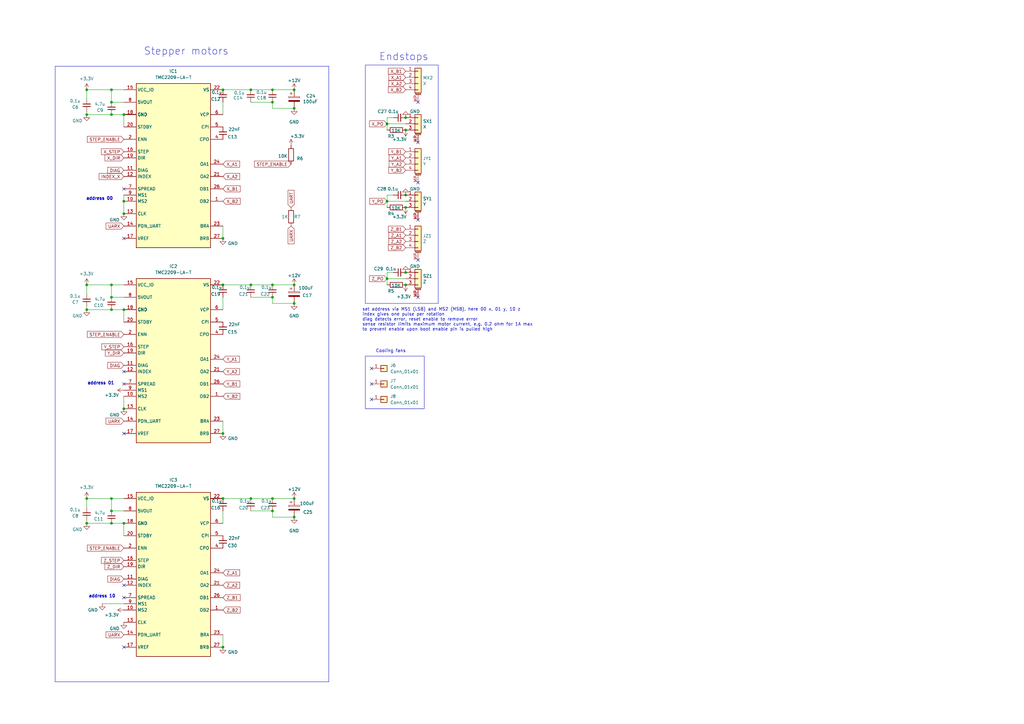
<source format=kicad_sch>
(kicad_sch (version 20231120) (generator "eeschema") (generator_version "8.0")
  (paper "A3")
  (title_block (title "Firestarter ") (date "2024-10-27") (company "Hexastorm") (comment 1 "v1"))
  (lib_symbols
    (symbol "Connector_Generic:Conn_01x01" (pin_names (offset 1.016) hide)
      (property "Reference" "J" (at 0 2.54 0))
      (property "Value" "Conn_01x01" (at 0 -2.54 0))
      (symbol "Conn_01x01_1_1"
        (rectangle (start -1.27 0.127) (end 0 -0.127) (stroke (width 0.1524)))
        (rectangle (start -1.27 1.27) (end 1.27 -1.27) (stroke (width 0.254)) (fill (type background)))
        (pin passive line (at -5.08 0 0) (length 3.81) (name "Pin_1") (number "1"))
      )
    )
    (symbol "Connector_Generic_MountingPin:Conn_01x03_MountingPin" (pin_names (offset 1.016) hide)
      (property "Reference" "J" (at 0 5.08 0))
      (property "Value" "Conn_01x03_MountingPin" (at 1.27 -5.08 0))
      (symbol "Conn_01x03_MountingPin_1_1"
        (rectangle (start -1.27 -2.413) (end 0 -2.667) (stroke (width 0.1524)))
        (rectangle (start -1.27 0.127) (end 0 -0.127) (stroke (width 0.1524)))
        (rectangle (start -1.27 2.667) (end 0 2.413) (stroke (width 0.1524)))
        (rectangle (start -1.27 3.81) (end 1.27 -3.81) (stroke (width 0.254)) (fill (type background)))
        (polyline (pts (xy -1.016 -4.572) (xy 1.016 -4.572)) (stroke (width 0.1524)))
        (text "Mounting" (at 0 -4.191 0) (effects (font (size 0.381 0.381))))
        (pin passive line (at -5.08 2.54 0) (length 3.81) (name "Pin_1") (number "1"))
        (pin passive line (at -5.08 0 0) (length 3.81) (name "Pin_2") (number "2"))
        (pin passive line (at -5.08 -2.54 0) (length 3.81) (name "Pin_3") (number "3"))
        (pin passive line (at 0 -7.62 90) (length 3.048) (name "MountPin") (number "MP"))
      )
    )
    (symbol "Connector_Generic_MountingPin:Conn_01x04_MountingPin" (pin_names (offset 1.016) hide)
      (property "Reference" "J" (at 0 5.08 0))
      (property "Value" "Conn_01x04_MountingPin" (at 1.27 -7.62 0))
      (symbol "Conn_01x04_MountingPin_1_1"
        (rectangle (start -1.27 -4.953) (end 0 -5.207) (stroke (width 0.1524)))
        (rectangle (start -1.27 -2.413) (end 0 -2.667) (stroke (width 0.1524)))
        (rectangle (start -1.27 0.127) (end 0 -0.127) (stroke (width 0.1524)))
        (rectangle (start -1.27 2.667) (end 0 2.413) (stroke (width 0.1524)))
        (rectangle (start -1.27 3.81) (end 1.27 -6.35) (stroke (width 0.254)) (fill (type background)))
        (polyline (pts (xy -1.016 -7.112) (xy 1.016 -7.112)) (stroke (width 0.1524)))
        (text "Mounting" (at 0 -6.731 0) (effects (font (size 0.381 0.381))))
        (pin passive line (at -5.08 2.54 0) (length 3.81) (name "Pin_1") (number "1"))
        (pin passive line (at -5.08 0 0) (length 3.81) (name "Pin_2") (number "2"))
        (pin passive line (at -5.08 -2.54 0) (length 3.81) (name "Pin_3") (number "3"))
        (pin passive line (at -5.08 -5.08 0) (length 3.81) (name "Pin_4") (number "4"))
        (pin passive line (at 0 -10.16 90) (length 3.048) (name "MountPin") (number "MP"))
      )
    )
    (symbol "Device:C_Polarized" (pin_numbers hide) (pin_names (offset 0.254))
      (property "Reference" "C" (at 0.635 2.54 0))
      (property "Value" "C_Polarized" (at 0.635 -2.54 0))
      (symbol "C_Polarized_0_1"
        (rectangle (start -2.286 0.508) (end 2.286 1.016))
        (polyline (pts (xy -1.778 2.286) (xy -0.762 2.286)))
        (polyline (pts (xy -1.27 2.794) (xy -1.27 1.778)))
        (rectangle (start 2.286 -0.508) (end -2.286 -1.016) (fill (type outline)))
      )
      (symbol "C_Polarized_1_1"
        (pin passive line (at 0 3.81 270) (length 2.794) (name "~") (number "1"))
        (pin passive line (at 0 -3.81 90) (length 2.794) (name "~") (number "2"))
      )
    )
    (symbol "Device:C_Small" (pin_numbers hide) (pin_names (offset 0.254) hide)
      (property "Reference" "C" (at 0.254 1.778 0))
      (property "Value" "C_Small" (at 0.254 -2.032 0))
      (symbol "C_Small_0_1"
        (polyline (pts (xy -1.524 -0.508) (xy 1.524 -0.508)) (stroke (width 0.3302)))
        (polyline (pts (xy -1.524 0.508) (xy 1.524 0.508)) (stroke (width 0.3048)))
      )
      (symbol "C_Small_1_1"
        (pin passive line (at 0 2.54 270) (length 2.032) (name "~") (number "1"))
        (pin passive line (at 0 -2.54 90) (length 2.032) (name "~") (number "2"))
      )
    )
    (symbol "Device:R" (pin_numbers hide) (pin_names (offset 0))
      (property "Reference" "R" (at 2.032 0 90))
      (property "Value" "R" (at 0 0 90))
      (symbol "R_0_1"
        (rectangle (start -1.016 -2.54) (end 1.016 2.54) (stroke (width 0.254)))
      )
      (symbol "R_1_1"
        (pin passive line (at 0 3.81 270) (length 1.27) (name "~") (number "1"))
        (pin passive line (at 0 -3.81 90) (length 1.27) (name "~") (number "2"))
      )
    )
    (symbol "firestarter_library:TMC2209-LA-T"
      (property "Reference" "IC" (at -15.24 38.1 0))
      (property "Value" "TMC2209-LA-T" (at -15.24 35.56 0))
      (symbol "TMC2209-LA-T_1_0"
        (pin output line (at 20.32 -15.24 180) (length 5.08) (name "OB2") (number "1"))
        (pin passive line (at -20.32 -15.24 0) (length 5.08) (name "MS2") (number "10"))
        (pin bidirectional line (at -20.32 -2.54 0) (length 5.08) (name "DIAG") (number "11"))
        (pin bidirectional line (at -20.32 -5.08 0) (length 5.08) (name "INDEX") (number "12"))
        (pin passive line (at -20.32 -20.32 0) (length 5.08) (name "CLK") (number "13"))
        (pin bidirectional line (at -20.32 -25.4 0) (length 5.08) (name "PDN_UART") (number "14"))
        (pin power_in line (at -20.32 30.48 0) (length 5.08) (name "VCC_IO") (number "15"))
        (pin bidirectional line (at -20.32 5.08 0) (length 5.08) (name "STEP") (number "16"))
        (pin passive line (at -20.32 -30.48 0) (length 5.08) (name "VREF") (number "17"))
        (pin power_in line (at -20.32 20.32 0) (length 5.08) (name "GND") (number "18"))
        (pin bidirectional line (at -20.32 2.54 0) (length 5.08) (name "DIR") (number "19"))
        (pin bidirectional line (at -20.32 10.16 0) (length 5.08) (name "ENN") (number "2"))
        (pin passive line (at -20.32 15.24 0) (length 5.08) (name "STDBY") (number "20"))
        (pin output line (at 20.32 -5.08 180) (length 5.08) (name "OA2") (number "21"))
        (pin power_in line (at 20.32 30.48 180) (length 5.08) (name "VS") (number "22"))
        (pin passive line (at 20.32 -25.4 180) (length 5.08) (name "BRA") (number "23"))
        (pin output line (at 20.32 0 180) (length 5.08) (name "OA1") (number "24"))
        (pin free line (at -20.32 20.32 0) (length 2.54) hide (name "GND") (number "25"))
        (pin output line (at 20.32 -10.16 180) (length 5.08) (name "OB1") (number "26"))
        (pin passive line (at 20.32 -30.48 180) (length 5.08) (name "BRB") (number "27"))
        (pin power_in line (at 20.32 30.48 180) (length 5.08) (name "VS") (number "28"))
        (pin power_in line (at -20.32 20.32 0) (length 5.08) (name "GND") (number "29"))
        (pin power_in line (at -20.32 20.32 0) (length 5.08) (name "GND") (number "3"))
        (pin passive line (at 20.32 10.16 180) (length 5.08) (name "CPO") (number "4"))
        (pin passive line (at 20.32 15.24 180) (length 5.08) (name "CPI") (number "5"))
        (pin passive line (at 20.32 20.32 180) (length 5.08) (name "VCP") (number "6"))
        (pin bidirectional line (at -20.32 -10.16 0) (length 5.08) (name "SPREAD") (number "7"))
        (pin power_in line (at -20.32 25.4 0) (length 5.08) (name "5VOUT") (number "8"))
        (pin passive line (at -20.32 -12.7 0) (length 5.08) (name "MS1") (number "9"))
      )
      (symbol "TMC2209-LA-T_1_1"
        (rectangle (start -15.24 33.02) (end 15.24 -34.29) (stroke (width 0.254)) (fill (type background)))
      )
    )
    (symbol "power:+12V" (power) (pin_numbers hide) (pin_names (offset 0) hide)
      (property "Value" "+12V" (at 0 3.556 0))
      (symbol "+12V_0_1"
        (polyline (pts (xy -0.762 1.27) (xy 0 2.54)))
        (polyline (pts (xy 0 0) (xy 0 2.54)))
        (polyline (pts (xy 0 2.54) (xy 0.762 1.27)))
      )
      (symbol "+12V_1_1"
        (pin power_in line (at 0 0 90) (length 0) (name "~") (number "1"))
      )
    )
    (symbol "power:+3.3V" (power) (pin_numbers hide) (pin_names (offset 0) hide)
      (property "Value" "+3.3V" (at 0 3.556 0))
      (symbol "+3.3V_0_1"
        (polyline (pts (xy -0.762 1.27) (xy 0 2.54)))
        (polyline (pts (xy 0 0) (xy 0 2.54)))
        (polyline (pts (xy 0 2.54) (xy 0.762 1.27)))
      )
      (symbol "+3.3V_1_1"
        (pin power_in line (at 0 0 90) (length 0) (name "~") (number "1"))
      )
    )
    (symbol "power:GND" (power) (pin_numbers hide) (pin_names (offset 0) hide)
      (property "Value" "GND" (at 0 -3.81 0))
      (symbol "GND_0_1"
        (polyline (pts (xy 0 0) (xy 0 -1.27) (xy 1.27 -1.27) (xy 0 -2.54) (xy -1.27 -1.27) (xy 0 -1.27)))
      )
      (symbol "GND_1_1"
        (pin power_in line (at 0 0 270) (length 0) (name "~") (number "1"))
      )
    )
  )
  (junction (at 45.72 36.83))
  (junction (at 102.87 36.83))
  (junction (at 120.65 116.84))
  (junction (at 91.44 265.43))
  (junction (at 45.72 209.55))
  (junction (at 35.56 116.84))
  (junction (at 111.76 116.84))
  (junction (at 50.8 46.99))
  (junction (at 120.65 204.47))
  (junction (at 91.44 177.8))
  (junction (at 45.72 204.47))
  (junction (at 50.8 82.55))
  (junction (at 166.37 85.09))
  (junction (at 166.37 111.76))
  (junction (at 158.75 82.55))
  (junction (at 35.56 127))
  (junction (at 50.8 167.64))
  (junction (at 45.72 127))
  (junction (at 166.37 80.01))
  (junction (at 166.37 48.26))
  (junction (at 35.56 46.99))
  (junction (at 91.44 204.47))
  (junction (at 120.65 124.46))
  (junction (at 120.65 44.45))
  (junction (at 45.72 214.63))
  (junction (at 45.72 41.91))
  (junction (at 50.8 214.63))
  (junction (at 111.76 36.83))
  (junction (at 102.87 204.47))
  (junction (at 35.56 204.47))
  (junction (at 91.44 116.84))
  (junction (at 120.65 36.83))
  (junction (at 158.75 50.8))
  (junction (at 111.76 41.91))
  (junction (at 91.44 97.79))
  (junction (at 35.56 36.83))
  (junction (at 102.87 116.84))
  (junction (at 166.37 53.34))
  (junction (at 120.65 212.09))
  (junction (at 158.75 114.3))
  (junction (at 45.72 46.99))
  (junction (at 45.72 116.84))
  (junction (at 35.56 214.63))
  (junction (at 111.76 209.55))
  (junction (at 111.76 121.92))
  (junction (at 166.37 116.84))
  (junction (at 91.44 36.83))
  (junction (at 50.8 127))
  (junction (at 45.72 121.92))
  (junction (at 111.76 204.47))
  (junction (at 50.8 87.63))
  (no_connect (at 50.8 97.79))
  (no_connect (at 50.8 177.8))
  (no_connect (at 171.45 121.92))
  (no_connect (at 171.45 41.91))
  (no_connect (at 50.8 77.47))
  (no_connect (at 171.45 74.93))
  (no_connect (at 152.4 151.13))
  (no_connect (at 50.8 240.03))
  (no_connect (at 50.8 265.43))
  (no_connect (at 152.4 157.48))
  (no_connect (at 171.45 58.42))
  (no_connect (at 171.45 90.17))
  (no_connect (at 50.8 152.4))
  (no_connect (at 152.4 163.83))
  (no_connect (at 50.8 157.48))
  (no_connect (at 171.45 106.68))
  (no_connect (at 50.8 245.11))
  (wire (pts (xy 158.75 48.26) (xy 161.29 48.26)))
  (wire (pts (xy 111.76 41.91) (xy 111.76 44.45)))
  (wire (pts (xy 102.87 116.84) (xy 111.76 116.84)))
  (wire (pts (xy 102.87 41.91) (xy 111.76 41.91)))
  (wire (pts (xy 158.75 111.76) (xy 161.29 111.76)))
  (wire (pts (xy 45.72 36.83) (xy 45.72 41.91)))
  (wire (pts (xy 45.72 204.47) (xy 50.8 204.47)))
  (wire (pts (xy 35.56 116.84) (xy 45.72 116.84)))
  (wire (pts (xy 158.75 53.34) (xy 158.75 50.8)))
  (wire (pts (xy 35.56 36.83) (xy 35.56 40.64)))
  (wire (pts (xy 158.75 114.3) (xy 166.37 114.3)))
  (wire (pts (xy 102.87 36.83) (xy 111.76 36.83)))
  (wire (pts (xy 111.76 209.55) (xy 111.76 212.09)))
  (wire (pts (xy 158.75 85.09) (xy 158.75 82.55)))
  (wire (pts (xy 45.72 214.63) (xy 50.8 214.63)))
  (wire (pts (xy 45.72 46.99) (xy 50.8 46.99)))
  (wire (pts (xy 45.72 127) (xy 35.56 127)))
  (wire (pts (xy 35.56 116.84) (xy 35.56 120.65)))
  (wire (pts (xy 50.8 132.08) (xy 50.8 127)))
  (wire (pts (xy 158.75 116.84) (xy 158.75 114.3)))
  (wire (pts (xy 50.8 80.01) (xy 50.8 82.55)))
  (wire (pts (xy 91.44 204.47) (xy 102.87 204.47)))
  (wire (pts (xy 45.72 116.84) (xy 45.72 121.92)))
  (wire (pts (xy 158.75 111.76) (xy 158.75 114.3)))
  (wire (pts (xy 111.76 116.84) (xy 120.65 116.84)))
  (wire (pts (xy 111.76 36.83) (xy 120.65 36.83)))
  (wire (pts (xy 35.56 204.47) (xy 45.72 204.47)))
  (wire (pts (xy 158.75 80.01) (xy 161.29 80.01)))
  (wire (pts (xy 41.91 247.65) (xy 50.8 247.65)))
  (wire (pts (xy 50.8 162.56) (xy 50.8 167.64)))
  (wire (pts (xy 91.44 92.71) (xy 91.44 97.79)))
  (wire (pts (xy 35.56 204.47) (xy 35.56 208.28)))
  (wire (pts (xy 158.75 82.55) (xy 166.37 82.55)))
  (wire (pts (xy 45.72 121.92) (xy 50.8 121.92)))
  (wire (pts (xy 45.72 41.91) (xy 50.8 41.91)))
  (wire (pts (xy 91.44 41.91) (xy 91.44 46.99)))
  (wire (pts (xy 158.75 80.01) (xy 158.75 82.55)))
  (wire (pts (xy 50.8 52.07) (xy 50.8 46.99)))
  (wire (pts (xy 35.56 214.63) (xy 35.56 213.36)))
  (wire (pts (xy 91.44 260.35) (xy 91.44 265.43)))
  (wire (pts (xy 45.72 127) (xy 50.8 127)))
  (wire (pts (xy 50.8 219.71) (xy 50.8 214.63)))
  (wire (pts (xy 91.44 209.55) (xy 91.44 214.63)))
  (wire (pts (xy 120.65 124.46) (xy 111.76 124.46)))
  (wire (pts (xy 120.65 44.45) (xy 111.76 44.45)))
  (wire (pts (xy 35.56 46.99) (xy 45.72 46.99)))
  (wire (pts (xy 45.72 116.84) (xy 50.8 116.84)))
  (wire (pts (xy 50.8 82.55) (xy 50.8 87.63)))
  (wire (pts (xy 102.87 121.92) (xy 111.76 121.92)))
  (wire (pts (xy 111.76 124.46) (xy 111.76 121.92)))
  (wire (pts (xy 45.72 204.47) (xy 45.72 209.55)))
  (wire (pts (xy 91.44 116.84) (xy 102.87 116.84)))
  (wire (pts (xy 111.76 212.09) (xy 120.65 212.09)))
  (wire (pts (xy 35.56 45.72) (xy 35.56 46.99)))
  (wire (pts (xy 35.56 36.83) (xy 45.72 36.83)))
  (wire (pts (xy 91.44 121.92) (xy 91.44 127)))
  (wire (pts (xy 158.75 50.8) (xy 166.37 50.8)))
  (wire (pts (xy 45.72 214.63) (xy 35.56 214.63)))
  (wire (pts (xy 45.72 36.83) (xy 50.8 36.83)))
  (wire (pts (xy 158.75 48.26) (xy 158.75 50.8)))
  (wire (pts (xy 102.87 209.55) (xy 111.76 209.55)))
  (wire (pts (xy 35.56 127) (xy 35.56 125.73)))
  (wire (pts (xy 45.72 209.55) (xy 50.8 209.55)))
  (wire (pts (xy 91.44 36.83) (xy 102.87 36.83)))
  (wire (pts (xy 91.44 172.72) (xy 91.44 177.8)))
  (wire (pts (xy 111.76 204.47) (xy 120.65 204.47)))
  (wire (pts (xy 102.87 204.47) (xy 111.76 204.47)))
  (rectangle (start 22.606 27.178) (end 134.874 279.654))
  (rectangle (start 149.86 26.67) (end 179.705 124.46))
  (rectangle (start 149.86 146.05) (end 173.99 167.64))
  (text "set address via MS1 (LSB) and MS2 (MSB), here 00 x, 01 y, 10 z\nindex gives one pulse per rotation\ndiag detects error, reset enable to remove error\nsense resistor limits maximum motor current, e.g. 0.2 ohm for 1A max\nto prevent enable upon boot enable pin is pulled high\n" (at 148.59 131.064 0) (effects (font (size 1.27 1.27)) (justify left)))
  (text "address 10" (at 36.322 244.602 0) (effects (font (size 1.27 1.27) (thickness 0.254) (bold yes)) (justify left)))
  (text "Endstops" (at 155.448 25.146 0) (effects (font (size 3 3)) (justify left bottom)))
  (text "address 00" (at 35.306 81.534 0) (effects (font (size 1.27 1.27) (thickness 0.254) (bold yes)) (justify left)))
  (text "Cooling fans" (at 160.274 144.018 0) (effects (font (size 1.27 1.27))))
  (text "address 01" (at 35.814 157.226 0) (effects (font (size 1.27 1.27) (thickness 0.254) (bold yes)) (justify left)))
  (text "Stepper motors" (at 58.928 22.86 0) (effects (font (size 3 3)) (justify left bottom)))
  (global_label "X_B2" (shape input) (at 166.37 36.83 180) (property "Intersheetrefs" "${INTERSHEET_REFS}" (effects (hide yes))))
  (global_label "X_STEP" (shape input) (at 50.8 62.23 180) (property "Intersheetrefs" "${INTERSHEET_REFS}" (effects (hide yes))))
  (global_label "DIAG" (shape input) (at 50.8 69.85 180) (property "Intersheetrefs" "${INTERSHEET_REFS}" (effects (hide yes))))
  (global_label "DIAG" (shape input) (at 50.8 237.49 180) (property "Intersheetrefs" "${INTERSHEET_REFS}" (effects (hide yes))))
  (global_label "Z_B1" (shape input) (at 91.44 245.11 0) (property "Intersheetrefs" "${INTERSHEET_REFS}" (effects (hide yes))))
  (global_label "Y_DIR" (shape input) (at 50.8 144.78 180) (property "Intersheetrefs" "${INTERSHEET_REFS}" (effects (hide yes))))
  (global_label "Z_PO" (shape input) (at 158.75 114.3 180) (property "Intersheetrefs" "${INTERSHEET_REFS}" (effects (hide yes))))
  (global_label "X_A2" (shape input) (at 91.44 72.39 0) (property "Intersheetrefs" "${INTERSHEET_REFS}" (effects (hide yes))))
  (global_label "X_A2" (shape input) (at 166.37 34.29 180) (property "Intersheetrefs" "${INTERSHEET_REFS}" (effects (hide yes))))
  (global_label "Z_A2" (shape input) (at 166.37 99.06 180) (property "Intersheetrefs" "${INTERSHEET_REFS}" (effects (hide yes))))
  (global_label "Y_B1" (shape input) (at 91.44 157.48 0) (property "Intersheetrefs" "${INTERSHEET_REFS}" (effects (hide yes))))
  (global_label "Y_B2" (shape input) (at 91.44 162.56 0) (property "Intersheetrefs" "${INTERSHEET_REFS}" (effects (hide yes))))
  (global_label "X_A1" (shape input) (at 91.44 67.31 0) (property "Intersheetrefs" "${INTERSHEET_REFS}" (effects (hide yes))))
  (global_label "DIAG" (shape input) (at 50.8 149.86 180) (property "Intersheetrefs" "${INTERSHEET_REFS}" (effects (hide yes))))
  (global_label "Z_A1" (shape input) (at 166.37 96.52 180) (property "Intersheetrefs" "${INTERSHEET_REFS}" (effects (hide yes))))
  (global_label "Y_A2" (shape input) (at 91.44 152.4 0) (property "Intersheetrefs" "${INTERSHEET_REFS}" (effects (hide yes))))
  (global_label "UARX" (shape input) (at 50.8 260.35 180) (property "Intersheetrefs" "${INTERSHEET_REFS}" (effects (hide yes))))
  (global_label "X_B2" (shape input) (at 91.44 82.55 0) (property "Intersheetrefs" "${INTERSHEET_REFS}" (effects (hide yes))))
  (global_label "Z_A2" (shape input) (at 91.44 240.03 0) (property "Intersheetrefs" "${INTERSHEET_REFS}" (effects (hide yes))))
  (global_label "Y_STEP" (shape input) (at 50.8 142.24 180) (property "Intersheetrefs" "${INTERSHEET_REFS}" (effects (hide yes))))
  (global_label "STEP_ENABLE" (shape input) (at 50.8 224.79 180) (property "Intersheetrefs" "${INTERSHEET_REFS}" (effects (hide yes))))
  (global_label "Y_B2" (shape input) (at 166.37 69.85 180) (property "Intersheetrefs" "${INTERSHEET_REFS}" (effects (hide yes))))
  (global_label "UARX" (shape input) (at 50.8 172.72 180) (property "Intersheetrefs" "${INTERSHEET_REFS}" (effects (hide yes))))
  (global_label "X_B1" (shape input) (at 166.37 29.21 180) (property "Intersheetrefs" "${INTERSHEET_REFS}" (effects (hide yes))))
  (global_label "X_B1" (shape input) (at 91.44 77.47 0) (property "Intersheetrefs" "${INTERSHEET_REFS}" (effects (hide yes))))
  (global_label "Z_STEP" (shape input) (at 50.8 229.87 180) (property "Intersheetrefs" "${INTERSHEET_REFS}" (effects (hide yes))))
  (global_label "INDEX_X" (shape input) (at 50.8 72.39 180) (property "Intersheetrefs" "${INTERSHEET_REFS}" (effects (hide yes))))
  (global_label "UART" (shape input) (at 119.38 85.09 90) (property "Intersheetrefs" "${INTERSHEET_REFS}" (effects (hide yes))))
  (global_label "Z_DIR" (shape input) (at 50.8 232.41 180) (property "Intersheetrefs" "${INTERSHEET_REFS}" (effects (hide yes))))
  (global_label "Z_A1" (shape input) (at 91.44 234.95 0) (property "Intersheetrefs" "${INTERSHEET_REFS}" (effects (hide yes))))
  (global_label "UARX" (shape input) (at 50.8 92.71 180) (property "Intersheetrefs" "${INTERSHEET_REFS}" (effects (hide yes))))
  (global_label "Y_A1" (shape input) (at 166.37 64.77 180) (property "Intersheetrefs" "${INTERSHEET_REFS}" (effects (hide yes))))
  (global_label "Z_B2" (shape input) (at 166.37 101.6 180) (property "Intersheetrefs" "${INTERSHEET_REFS}" (effects (hide yes))))
  (global_label "Y_PO" (shape input) (at 158.75 82.55 180) (property "Intersheetrefs" "${INTERSHEET_REFS}" (effects (hide yes))))
  (global_label "X_DIR" (shape input) (at 50.8 64.77 180) (property "Intersheetrefs" "${INTERSHEET_REFS}" (effects (hide yes))))
  (global_label "UARX" (shape input) (at 119.38 92.71 270) (property "Intersheetrefs" "${INTERSHEET_REFS}" (effects (hide yes))))
  (global_label "Y_B1" (shape input) (at 166.37 62.23 180) (property "Intersheetrefs" "${INTERSHEET_REFS}" (effects (hide yes))))
  (global_label "Y_A1" (shape input) (at 91.44 147.32 0) (property "Intersheetrefs" "${INTERSHEET_REFS}" (effects (hide yes))))
  (global_label "STEP_ENABLE" (shape input) (at 50.8 57.15 180) (property "Intersheetrefs" "${INTERSHEET_REFS}" (effects (hide yes))))
  (global_label "STEP_ENABLE" (shape input) (at 119.38 67.31 180) (property "Intersheetrefs" "${INTERSHEET_REFS}" (effects (hide yes))))
  (global_label "X_A1" (shape input) (at 166.37 31.75 180) (property "Intersheetrefs" "${INTERSHEET_REFS}" (effects (hide yes))))
  (global_label "Z_B2" (shape input) (at 91.44 250.19 0) (property "Intersheetrefs" "${INTERSHEET_REFS}" (effects (hide yes))))
  (global_label "Z_B1" (shape input) (at 166.37 93.98 180) (property "Intersheetrefs" "${INTERSHEET_REFS}" (effects (hide yes))))
  (global_label "Y_A2" (shape input) (at 166.37 67.31 180) (property "Intersheetrefs" "${INTERSHEET_REFS}" (effects (hide yes))))
  (global_label "X_PO" (shape input) (at 158.75 50.8 180) (property "Intersheetrefs" "${INTERSHEET_REFS}" (effects (hide yes))))
  (global_label "STEP_ENABLE" (shape input) (at 50.8 137.16 180) (property "Intersheetrefs" "${INTERSHEET_REFS}" (effects (hide yes))))
  (symbol (lib_id "Device:C_Small") (at 91.44 39.37 180) (unit 1)
    (property "Reference" "C12" (at 90.424 40.64 0) (effects (justify left)))
    (property "Value" "0.1u" (at 91.186 37.846 0) (effects (justify left)))
    (property "Footprint" "Capacitor_SMD:C_0805_2012Metric_Pad1.18x1.45mm_HandSolder" (effects (hide yes)))
    (property "manf#" "C0805C104J5RACTU" (effects (hide yes)))
    (property "mouser#" "80-C0805C104J5R" (effects (hide yes)))
    (property "farnell#" "1414663" (effects (hide yes)))
  )
  (symbol (lib_id "Device:C_Small") (at 35.56 43.18 180) (unit 1)
    (property "Reference" "C6" (at 32.258 43.942 0) (effects (justify left)))
    (property "Value" "0.1u" (at 33.02 41.402 0) (effects (justify left)))
    (property "Footprint" "Capacitor_SMD:C_0805_2012Metric_Pad1.18x1.45mm_HandSolder" (effects (hide yes)))
    (property "manf#" "C0805C104J5RACTU" (effects (hide yes)))
    (property "mouser#" "80-C0805C104J5R" (effects (hide yes)))
    (property "farnell#" "1414663" (effects (hide yes)))
  )
  (symbol (lib_id "Connector_Generic:Conn_01x01") (at 157.48 151.13 0) (unit 1) (on_board no)
    (property "Reference" "J6" (at 160.02 149.8599 0) (effects (justify left)))
    (property "Value" "Conn_01x01" (at 160.02 152.3999 0) (effects (justify left)))
    (property "Description" "Generic connector, single row, 01x01, script generated (kicad-library-utils/schlib/autogen/connector/)" (effects (hide yes)))
    (property "manf#" "HSB01-080808" (effects (hide yes)))
    (property "mouser#" "490-HSB01-080808" (effects (hide yes)))
  )
  (symbol (lib_id "power:GND") (at 91.44 97.79 0) (unit 1)
    (property "Reference" "#PWR044" (effects (hide yes)))
    (property "Value" "GND" (at 95.504 99.822 0))
    (property "Description" "Power symbol creates a global label with name \"GND\" , ground" (effects (hide yes)))
  )
  (symbol (lib_id "Device:R") (at 162.56 85.09 270) (unit 1)
    (property "Reference" "R4" (at 159.004 87.63 90) (effects (justify left)))
    (property "Value" "10K" (at 160.528 85.344 90) (effects (justify left)))
    (property "Footprint" "Resistor_SMD:R_0805_2012Metric" (effects (hide yes)))
    (property "farnell#" "2826162" (effects (hide yes)))
    (property "manf#" "CRCW080510K0JNEAC" (effects (hide yes)))
    (property "mouser#" "71-CRCW080510K0JNEAC" (effects (hide yes)))
  )
  (symbol (lib_id "Connector_Generic:Conn_01x01") (at 157.48 163.83 0) (unit 1) (on_board no)
    (property "Reference" "J8" (at 160.02 162.5599 0) (effects (justify left)))
    (property "Value" "Conn_01x01" (at 160.02 165.0999 0) (effects (justify left)))
    (property "Description" "Generic connector, single row, 01x01, script generated (kicad-library-utils/schlib/autogen/connector/)" (effects (hide yes)))
    (property "manf#" "HSB01-080808" (effects (hide yes)))
    (property "mouser#" "490-HSB01-080808" (effects (hide yes)))
  )
  (symbol (lib_id "power:GND") (at 41.91 247.65 0) (unit 1)
    (property "Reference" "#PWR035" (effects (hide yes)))
    (property "Value" "GND" (at 38.1 250.19 0))
    (property "Description" "Power symbol creates a global label with name \"GND\" , ground" (effects (hide yes)))
  )
  (symbol (lib_id "Device:C_Small") (at 91.44 119.38 180) (unit 1)
    (property "Reference" "C19" (at 90.424 120.65 0) (effects (justify left)))
    (property "Value" "0.1u" (at 91.186 117.856 0) (effects (justify left)))
    (property "Footprint" "Capacitor_SMD:C_0805_2012Metric_Pad1.18x1.45mm_HandSolder" (effects (hide yes)))
    (property "manf#" "C0805C104J5RACTU" (effects (hide yes)))
    (property "mouser#" "80-C0805C104J5R" (effects (hide yes)))
    (property "farnell#" "1414663" (effects (hide yes)))
  )
  (symbol (lib_id "Device:C_Small") (at 45.72 44.45 180) (unit 1)
    (property "Reference" "C9" (at 42.418 45.212 0) (effects (justify left)))
    (property "Value" "4.7u" (at 43.18 42.672 0) (effects (justify left)))
    (property "Footprint" "Capacitor_SMD:C_0805_2012Metric_Pad1.18x1.45mm_HandSolder" (effects (hide yes)))
    (property "manf#" "GRM21BR61H475KE51L" (effects (hide yes)))
    (property "mouser#" "81-GRM21BR61H475KE1L" (effects (hide yes)))
    (property "farnell#" "2611942" (effects (hide yes)))
  )
  (symbol (lib_id "Device:C_Small") (at 91.44 207.01 180) (unit 1)
    (property "Reference" "C16" (at 90.424 208.28 0) (effects (justify left)))
    (property "Value" "0.1u" (at 91.186 205.486 0) (effects (justify left)))
    (property "Footprint" "Capacitor_SMD:C_0805_2012Metric_Pad1.18x1.45mm_HandSolder" (effects (hide yes)))
    (property "manf#" "C0805C104J5RACTU" (effects (hide yes)))
    (property "mouser#" "80-C0805C104J5R" (effects (hide yes)))
    (property "farnell#" "1414663" (effects (hide yes)))
  )
  (symbol (lib_id "firestarter_library:TMC2209-LA-T") (at 71.12 67.31 0) (unit 1)
    (property "Reference" "IC1" (at 71.12 29.21 0))
    (property "Value" "TMC2209-LA-T" (at 71.12 31.75 0))
    (property "Footprint" "footprints:QFN50P500X500X90-29N-D" (effects (hide yes)))
    (property "Datasheet" "https://www.analog.com/media/en/technical-documentation/data-sheets/TMC2209_datasheet_rev1.09.pdf" (effects (hide yes)))
    (property "Description" "Bipolar Motor Driver Power MOSFET Step/Direction, UART 28-QFN (5x5)" (effects (hide yes)))
    (property "Height" "0.9" (effects (hide yes)))
    (property "Manufacturer_Name" "Analog Devices" (effects (hide yes)))
    (property "farnell#" "3131535" (effects (hide yes)))
    (property "mouser#" "700-TMC2209-LA-T " (effects (hide yes)))
    (property "manf#" "TMC2209-LA-T" (effects (hide yes)))
  )
  (symbol (lib_id "Connector_Generic_MountingPin:Conn_01x04_MountingPin") (at 171.45 96.52 0) (unit 1)
    (property "Reference" "JZ1" (at 173.482 96.7232 0) (effects (justify left)))
    (property "Value" "Z" (at 173.482 99.0346 0) (effects (justify left)))
    (property "Footprint" "footprints:JST_PH_B4B-PH-SM4-TB_1x04-1MP_P2.00mm_Vertical" (effects (hide yes)))
    (property "farnell#" "2399335" (effects (hide yes)))
    (property "manf#" "S4B-XH-SM4-TB(LF)(SN)" (effects (hide yes)))
    (property "mouser#" "306-S4BXHSM4TBLFSN" (effects (hide yes)))
  )
  (symbol (lib_id "power:+12V") (at 120.65 116.84 0) (unit 1)
    (property "Reference" "#PWR053" (effects (hide yes)))
    (property "Value" "+12V" (at 120.65 113.03 0))
    (property "Description" "Power symbol creates a global label with name \"+12V\"" (effects (hide yes)))
  )
  (symbol (lib_id "power:+3.3V") (at 50.8 250.19 90) (unit 1)
    (property "Reference" "#PWR042" (effects (hide yes)))
    (property "Value" "+3.3V" (at 48.768 252.222 90) (effects (justify left)))
    (property "Description" "Power symbol creates a global label with name \"+3.3V\"" (effects (hide yes)))
  )
  (symbol (lib_id "Device:R") (at 119.38 88.9 180) (unit 1)
    (property "Reference" "R7" (at 121.92 88.9 0))
    (property "Value" "1K" (at 116.84 88.9 0))
    (property "Footprint" "Resistor_SMD:R_0805_2012Metric_Pad1.20x1.40mm_HandSolder" (effects (hide yes)))
    (property "manf#" "CRCW08051K00FKEA" (effects (hide yes)))
    (property "mouser#" "71-CRCW0805-1.0K-E3" (effects (hide yes)))
    (property "farnell#" "1469847" (effects (hide yes)))
  )
  (symbol (lib_id "Device:R") (at 162.56 53.34 270) (unit 1)
    (property "Reference" "R3" (at 159.004 55.88 90) (effects (justify left)))
    (property "Value" "10K" (at 160.528 53.594 90) (effects (justify left)))
    (property "Footprint" "Resistor_SMD:R_0805_2012Metric" (effects (hide yes)))
    (property "farnell#" "2826162" (effects (hide yes)))
    (property "manf#" "CRCW080510K0JNEAC" (effects (hide yes)))
    (property "mouser#" "71-CRCW080510K0JNEAC" (effects (hide yes)))
  )
  (symbol (lib_id "power:GND") (at 35.56 214.63 0) (unit 1)
    (property "Reference" "#PWR034" (effects (hide yes)))
    (property "Value" "GND" (at 31.75 217.17 0))
    (property "Description" "Power symbol creates a global label with name \"GND\" , ground" (effects (hide yes)))
  )
  (symbol (lib_id "power:GND") (at 166.37 80.01 180) (unit 1)
    (property "Reference" "#PWR0109" (effects (hide yes)))
    (property "Value" "GND" (at 170.18 77.47 0))
    (property "Description" "Power symbol creates a global label with name \"GND\" , ground" (effects (hide yes)))
    (instances (project "raspberrypi-gpio-40pin" (path "" (reference "#PWR0109") (unit 1))) (project "main_board" (path "" (reference "#PWR059") (unit 1))))
  )
  (symbol (lib_id "Connector_Generic_MountingPin:Conn_01x04_MountingPin") (at 171.45 64.77 0) (unit 1)
    (property "Reference" "JY1" (at 173.482 64.9732 0) (effects (justify left)))
    (property "Value" "Y" (at 173.482 67.2846 0) (effects (justify left)))
    (property "Footprint" "footprints:JST_PH_B4B-PH-SM4-TB_1x04-1MP_P2.00mm_Vertical" (effects (hide yes)))
    (property "farnell#" "2399335" (effects (hide yes)))
    (property "manf#" "S4B-XH-SM4-TB(LF)(SN)" (effects (hide yes)))
    (property "mouser#" "306-S4BXHSM4TBLFSN" (effects (hide yes)))
  )
  (symbol (lib_id "Device:C_Small") (at 91.44 134.62 180) (unit 1)
    (property "Reference" "C15" (at 97.282 136.144 0) (effects (justify left)))
    (property "Value" "22nF" (at 98.552 133.096 0) (effects (justify left)))
    (property "Footprint" "Capacitor_SMD:C_0805_2012Metric_Pad1.18x1.45mm_HandSolder" (effects (hide yes)))
    (property "manf#" "CC0805KRX7R9BB222" (effects (hide yes)))
    (property "mouser#" "603-CC805KRX7R9BB222" (effects (hide yes)))
    (property "farnell#" "3019895" (effects (hide yes)))
  )
  (symbol (lib_id "power:GND") (at 91.44 177.8 0) (unit 1)
    (property "Reference" "#PWR045" (effects (hide yes)))
    (property "Value" "GND" (at 95.504 179.832 0))
    (property "Description" "Power symbol creates a global label with name \"GND\" , ground" (effects (hide yes)))
  )
  (symbol (lib_id "Device:R") (at 119.38 63.5 0) (unit 1)
    (property "Reference" "R6" (at 121.666 65.024 0) (effects (justify left)))
    (property "Value" "10K" (at 114.046 64.008 0) (effects (justify left)))
    (property "Footprint" "Resistor_SMD:R_0805_2012Metric" (effects (hide yes)))
    (property "farnell#" "2826162" (effects (hide yes)))
    (property "manf#" "CRCW080510K0JNEAC" (effects (hide yes)))
    (property "mouser#" "71-CRCW080510K0JNEAC" (effects (hide yes)))
  )
  (symbol (lib_id "power:+3.3V") (at 119.38 59.69 0) (unit 1)
    (property "Reference" "#PWR050" (effects (hide yes)))
    (property "Value" "+3.3V" (at 121.92 55.88 0))
    (property "Description" "Power symbol creates a global label with name \"+3.3V\"" (effects (hide yes)))
  )
  (symbol (lib_id "power:GND") (at 50.8 255.27 0) (unit 1)
    (property "Reference" "#PWR043" (effects (hide yes)))
    (property "Value" "GND" (at 46.99 257.81 0))
    (property "Description" "Power symbol creates a global label with name \"GND\" , ground" (effects (hide yes)))
  )
  (symbol (lib_id "Device:C_Small") (at 102.87 207.01 180) (unit 1)
    (property "Reference" "C20" (at 101.854 208.28 0) (effects (justify left)))
    (property "Value" "0.1u" (at 102.616 205.486 0) (effects (justify left)))
    (property "Footprint" "Capacitor_SMD:C_0805_2012Metric_Pad1.18x1.45mm_HandSolder" (effects (hide yes)))
    (property "manf#" "C0805C104J5RACTU" (effects (hide yes)))
    (property "mouser#" "80-C0805C104J5R" (effects (hide yes)))
    (property "farnell#" "1414663" (effects (hide yes)))
  )
  (symbol (lib_id "Device:C_Small") (at 163.83 48.26 90) (unit 1)
    (property "Reference" "C27" (at 158.75 45.72 90) (effects (justify left)))
    (property "Value" "0.1u" (at 163.576 45.72 90) (effects (justify left)))
    (property "Footprint" "Capacitor_SMD:C_0805_2012Metric_Pad1.18x1.45mm_HandSolder" (effects (hide yes)))
    (property "manf#" "C0805C104J5RACTU" (effects (hide yes)))
    (property "mouser#" "80-C0805C104J5R" (effects (hide yes)))
    (property "farnell#" "1414663" (effects (hide yes)))
  )
  (symbol (lib_id "Device:C_Small") (at 111.76 39.37 180) (unit 1)
    (property "Reference" "C18" (at 109.22 40.132 0) (effects (justify left)))
    (property "Value" "0.1u" (at 109.474 37.846 0) (effects (justify left)))
    (property "Footprint" "Capacitor_SMD:C_0805_2012Metric_Pad1.18x1.45mm_HandSolder" (effects (hide yes)))
    (property "manf#" "C0805C104J5RACTU" (effects (hide yes)))
    (property "mouser#" "80-C0805C104J5R" (effects (hide yes)))
    (property "farnell#" "1414663" (effects (hide yes)))
  )
  (symbol (lib_id "Device:C_Small") (at 91.44 54.61 180) (unit 1)
    (property "Reference" "C13" (at 97.282 56.134 0) (effects (justify left)))
    (property "Value" "22nF" (at 98.552 53.086 0) (effects (justify left)))
    (property "Footprint" "Capacitor_SMD:C_0805_2012Metric_Pad1.18x1.45mm_HandSolder" (effects (hide yes)))
    (property "manf#" "CC0805KRX7R9BB222" (effects (hide yes)))
    (property "mouser#" "603-CC805KRX7R9BB222" (effects (hide yes)))
    (property "farnell#" "3019895" (effects (hide yes)))
  )
  (symbol (lib_id "power:+3.3V") (at 35.56 204.47 0) (unit 1)
    (property "Reference" "#PWR033" (effects (hide yes)))
    (property "Value" "+3.3V" (at 32.512 199.898 0) (effects (justify left)))
    (property "Description" "Power symbol creates a global label with name \"+3.3V\"" (effects (hide yes)))
  )
  (symbol (lib_id "power:GND") (at 120.65 44.45 0) (unit 1)
    (property "Reference" "#PWR052" (effects (hide yes)))
    (property "Value" "GND" (at 122.682 50.038 0) (effects (justify right)))
    (property "Description" "Power symbol creates a global label with name \"GND\" , ground" (effects (hide yes)))
  )
  (symbol (lib_id "Device:C_Small") (at 163.83 80.01 90) (unit 1)
    (property "Reference" "C28" (at 158.496 77.47 90) (effects (justify left)))
    (property "Value" "0.1u" (at 163.322 77.47 90) (effects (justify left)))
    (property "Footprint" "Capacitor_SMD:C_0805_2012Metric_Pad1.18x1.45mm_HandSolder" (effects (hide yes)))
    (property "manf#" "C0805C104J5RACTU" (effects (hide yes)))
    (property "mouser#" "80-C0805C104J5R" (effects (hide yes)))
    (property "farnell#" "1414663" (effects (hide yes)))
  )
  (symbol (lib_id "Connector_Generic_MountingPin:Conn_01x03_MountingPin") (at 171.45 82.55 0) (unit 1)
    (property "Reference" "SY1" (at 173.482 81.4832 0) (effects (justify left)))
    (property "Value" "Y" (at 173.482 83.7946 0) (effects (justify left)))
    (property "Footprint" "footprints:JST_PH_B3B-PH-SM4-TB_1x03-1MP_P2.00mm_Vertical" (effects (hide yes)))
    (property "manf#" "B3B-XH-AM(LF)(SN)" (effects (hide yes)))
    (property "farnell#" "1516277" (effects (hide yes)))
    (property "mouser#" "306-B3BXHALFSNP" (effects (hide yes)))
  )
  (symbol (lib_id "Device:C_Small") (at 102.87 39.37 180) (unit 1)
    (property "Reference" "C14" (at 99.568 40.132 0) (effects (justify left)))
    (property "Value" "0.1u" (at 100.33 38.1 0) (effects (justify left)))
    (property "Footprint" "Capacitor_SMD:C_0805_2012Metric_Pad1.18x1.45mm_HandSolder" (effects (hide yes)))
    (property "manf#" "C0805C104J5RACTU" (effects (hide yes)))
    (property "mouser#" "80-C0805C104J5R" (effects (hide yes)))
    (property "farnell#" "1414663" (effects (hide yes)))
  )
  (symbol (lib_id "Device:C_Small") (at 111.76 119.38 180) (unit 1)
    (property "Reference" "C22" (at 110.744 120.65 0) (effects (justify left)))
    (property "Value" "0.1u" (at 111.506 117.856 0) (effects (justify left)))
    (property "Footprint" "Capacitor_SMD:C_0805_2012Metric_Pad1.18x1.45mm_HandSolder" (effects (hide yes)))
    (property "manf#" "C0805C104J5RACTU" (effects (hide yes)))
    (property "mouser#" "80-C0805C104J5R" (effects (hide yes)))
    (property "farnell#" "1414663" (effects (hide yes)))
  )
  (symbol (lib_id "power:+12V") (at 120.65 36.83 0) (unit 1)
    (property "Reference" "#PWR051" (effects (hide yes)))
    (property "Value" "+12V" (at 120.65 33.02 0))
    (property "Description" "Power symbol creates a global label with name \"+12V\"" (effects (hide yes)))
  )
  (symbol (lib_id "Connector_Generic_MountingPin:Conn_01x03_MountingPin") (at 171.45 114.3 0) (unit 1)
    (property "Reference" "SZ1" (at 173.482 113.2332 0) (effects (justify left)))
    (property "Value" "Z" (at 173.482 115.5446 0) (effects (justify left)))
    (property "Footprint" "footprints:JST_PH_B3B-PH-SM4-TB_1x03-1MP_P2.00mm_Vertical" (effects (hide yes)))
    (property "manf#" "B3B-XH-AM(LF)(SN)" (effects (hide yes)))
    (property "farnell#" "1516277" (effects (hide yes)))
    (property "mouser#" "306-B3BXHALFSNP" (effects (hide yes)))
  )
  (symbol (lib_id "Device:C_Polarized") (at 120.65 208.28 0) (unit 1)
    (property "Reference" "C25" (at 126.238 210.058 0))
    (property "Value" "100uF" (at 125.984 206.502 0))
    (property "Footprint" "Capacitor_SMD:CP_Elec_6.3x5.4" (effects (hide yes)))
    (property "farnell#" "2466283" (effects (hide yes)))
    (property "mouser#" "710-865080343009" (effects (hide yes)))
    (property "manf#" "865080343009" (effects (hide yes)))
  )
  (symbol (lib_id "Device:C_Small") (at 102.87 119.38 180) (unit 1)
    (property "Reference" "C21" (at 101.854 120.65 0) (effects (justify left)))
    (property "Value" "0.1u" (at 102.616 117.856 0) (effects (justify left)))
    (property "Footprint" "Capacitor_SMD:C_0805_2012Metric_Pad1.18x1.45mm_HandSolder" (effects (hide yes)))
    (property "manf#" "C0805C104J5RACTU" (effects (hide yes)))
    (property "mouser#" "80-C0805C104J5R" (effects (hide yes)))
    (property "farnell#" "1414663" (effects (hide yes)))
  )
  (symbol (lib_id "power:GND") (at 50.8 167.64 0) (unit 1)
    (property "Reference" "#PWR041" (effects (hide yes)))
    (property "Value" "GND" (at 46.99 170.18 0))
    (property "Description" "Power symbol creates a global label with name \"GND\" , ground" (effects (hide yes)))
  )
  (symbol (lib_id "Device:C_Small") (at 45.72 212.09 180) (unit 1)
    (property "Reference" "C11" (at 42.418 212.852 0) (effects (justify left)))
    (property "Value" "4.7u" (at 43.18 210.312 0) (effects (justify left)))
    (property "Footprint" "Capacitor_SMD:C_0805_2012Metric_Pad1.18x1.45mm_HandSolder" (effects (hide yes)))
    (property "manf#" "GRM21BR61H475KE51L" (effects (hide yes)))
    (property "mouser#" "81-GRM21BR61H475KE1L" (effects (hide yes)))
    (property "farnell#" "2611942" (effects (hide yes)))
  )
  (symbol (lib_id "Connector_Generic:Conn_01x01") (at 157.48 157.48 0) (unit 1) (on_board no)
    (property "Reference" "J7" (at 160.02 156.2099 0) (effects (justify left)))
    (property "Value" "Conn_01x01" (at 160.02 158.7499 0) (effects (justify left)))
    (property "Description" "Generic connector, single row, 01x01, script generated (kicad-library-utils/schlib/autogen/connector/)" (effects (hide yes)))
    (property "manf#" "HSB01-080808" (effects (hide yes)))
    (property "mouser#" "490-HSB01-080808" (effects (hide yes)))
  )
  (symbol (lib_id "power:+3.3V") (at 35.56 116.84 0) (unit 1)
    (property "Reference" "#PWR031" (effects (hide yes)))
    (property "Value" "+3.3V" (at 32.512 112.268 0) (effects (justify left)))
    (property "Description" "Power symbol creates a global label with name \"+3.3V\"" (effects (hide yes)))
  )
  (symbol (lib_id "power:+12V") (at 120.65 204.47 0) (unit 1)
    (property "Reference" "#PWR055" (effects (hide yes)))
    (property "Value" "+12V" (at 120.65 200.66 0))
    (property "Description" "Power symbol creates a global label with name \"+12V\"" (effects (hide yes)))
  )
  (symbol (lib_id "firestarter_library:TMC2209-LA-T") (at 71.12 147.32 0) (unit 1)
    (property "Reference" "IC2" (at 71.12 109.22 0))
    (property "Value" "TMC2209-LA-T" (at 71.12 111.76 0))
    (property "Footprint" "footprints:QFN50P500X500X90-29N-D" (effects (hide yes)))
    (property "Datasheet" "https://www.analog.com/media/en/technical-documentation/data-sheets/TMC2209_datasheet_rev1.09.pdf" (effects (hide yes)))
    (property "Description" "Bipolar Motor Driver Power MOSFET Step/Direction, UART 28-QFN (5x5)" (effects (hide yes)))
    (property "Height" "0.9" (effects (hide yes)))
    (property "Manufacturer_Name" "Analog Devices" (effects (hide yes)))
    (property "farnell#" "3131535" (effects (hide yes)))
    (property "mouser#" "700-TMC2209-LA-T " (effects (hide yes)))
    (property "manf#" "TMC2209-LA-T" (effects (hide yes)))
  )
  (symbol (lib_id "power:+3.3V") (at 35.56 36.83 0) (unit 1)
    (property "Reference" "#PWR029" (effects (hide yes)))
    (property "Value" "+3.3V" (at 32.512 32.258 0) (effects (justify left)))
    (property "Description" "Power symbol creates a global label with name \"+3.3V\"" (effects (hide yes)))
  )
  (symbol (lib_id "Connector_Generic_MountingPin:Conn_01x04_MountingPin") (at 171.45 31.75 0) (unit 1)
    (property "Reference" "MX2" (at 173.482 31.9532 0) (effects (justify left)))
    (property "Value" "X" (at 173.482 34.2646 0) (effects (justify left)))
    (property "Footprint" "footprints:JST_PH_B4B-PH-SM4-TB_1x04-1MP_P2.00mm_Vertical" (effects (hide yes)))
    (property "farnell#" "2399335" (effects (hide yes)))
    (property "manf#" "S4B-XH-SM4-TB(LF)(SN)" (effects (hide yes)))
    (property "mouser#" "306-S4BXHSM4TBLFSN" (effects (hide yes)))
    (instances (project "raspberrypi-gpio-40pin" (path "" (reference "MX2") (unit 1))) (project "main_board" (path "" (reference "JX1") (unit 1))))
  )
  (symbol (lib_id "Device:C_Small") (at 91.44 222.25 180) (unit 1)
    (property "Reference" "C30" (at 97.282 223.774 0) (effects (justify left)))
    (property "Value" "22nF" (at 98.552 220.726 0) (effects (justify left)))
    (property "Footprint" "Capacitor_SMD:C_0805_2012Metric_Pad1.18x1.45mm_HandSolder" (effects (hide yes)))
    (property "manf#" "CC0805KRX7R9BB222" (effects (hide yes)))
    (property "mouser#" "603-CC805KRX7R9BB222" (effects (hide yes)))
    (property "farnell#" "3019895" (effects (hide yes)))
  )
  (symbol (lib_id "Connector_Generic_MountingPin:Conn_01x03_MountingPin") (at 171.45 50.8 0) (unit 1)
    (property "Reference" "SX1" (at 173.482 49.7332 0) (effects (justify left)))
    (property "Value" "X" (at 173.482 52.0446 0) (effects (justify left)))
    (property "Footprint" "footprints:JST_PH_B3B-PH-SM4-TB_1x03-1MP_P2.00mm_Vertical" (effects (hide yes)))
    (property "manf#" "B3B-XH-AM(LF)(SN)" (effects (hide yes)))
    (property "farnell#" "1516277" (effects (hide yes)))
    (property "mouser#" "306-B3BXHALFSNP" (effects (hide yes)))
  )
  (symbol (lib_id "power:GND") (at 120.65 212.09 0) (unit 1)
    (property "Reference" "#PWR056" (effects (hide yes)))
    (property "Value" "GND" (at 122.682 217.678 0) (effects (justify right)))
    (property "Description" "Power symbol creates a global label with name \"GND\" , ground" (effects (hide yes)))
  )
  (symbol (lib_id "Device:C_Small") (at 111.76 207.01 180) (unit 1)
    (property "Reference" "C23" (at 110.744 208.28 0) (effects (justify left)))
    (property "Value" "0.1u" (at 111.506 205.486 0) (effects (justify left)))
    (property "Footprint" "Capacitor_SMD:C_0805_2012Metric_Pad1.18x1.45mm_HandSolder" (effects (hide yes)))
    (property "manf#" "C0805C104J5RACTU" (effects (hide yes)))
    (property "mouser#" "80-C0805C104J5R" (effects (hide yes)))
    (property "farnell#" "1414663" (effects (hide yes)))
  )
  (symbol (lib_id "power:GND") (at 166.37 48.26 180) (unit 1)
    (property "Reference" "#PWR0109" (effects (hide yes)))
    (property "Value" "GND" (at 170.18 45.72 0))
    (property "Description" "Power symbol creates a global label with name \"GND\" , ground" (effects (hide yes)))
    (instances (project "raspberrypi-gpio-40pin" (path "" (reference "#PWR0109") (unit 1))) (project "main_board" (path "" (reference "#PWR057") (unit 1))))
  )
  (symbol (lib_id "power:+3.3V") (at 50.8 160.02 90) (unit 1)
    (property "Reference" "#PWR040" (effects (hide yes)))
    (property "Value" "+3.3V" (at 48.768 162.052 90) (effects (justify left)))
    (property "Description" "Power symbol creates a global label with name \"+3.3V\"" (effects (hide yes)))
  )
  (symbol (lib_id "Device:C_Small") (at 35.56 123.19 180) (unit 1)
    (property "Reference" "C7" (at 32.258 123.952 0) (effects (justify left)))
    (property "Value" "0.1u" (at 33.02 121.412 0) (effects (justify left)))
    (property "Footprint" "Capacitor_SMD:C_0805_2012Metric_Pad1.18x1.45mm_HandSolder" (effects (hide yes)))
    (property "manf#" "C0805C104J5RACTU" (effects (hide yes)))
    (property "mouser#" "80-C0805C104J5R" (effects (hide yes)))
    (property "farnell#" "1414663" (effects (hide yes)))
  )
  (symbol (lib_id "Device:C_Small") (at 163.83 111.76 90) (unit 1)
    (property "Reference" "C29" (at 157.226 110.236 90) (effects (justify left)))
    (property "Value" "0.1u" (at 162.56 110.236 90) (effects (justify left)))
    (property "Footprint" "Capacitor_SMD:C_0805_2012Metric_Pad1.18x1.45mm_HandSolder" (effects (hide yes)))
    (property "manf#" "C0805C104J5RACTU" (effects (hide yes)))
    (property "mouser#" "80-C0805C104J5R" (effects (hide yes)))
    (property "farnell#" "1414663" (effects (hide yes)))
  )
  (symbol (lib_id "power:GND") (at 35.56 46.99 0) (unit 1)
    (property "Reference" "#PWR030" (effects (hide yes)))
    (property "Value" "GND" (at 31.75 49.53 0))
    (property "Description" "Power symbol creates a global label with name \"GND\" , ground" (effects (hide yes)))
  )
  (symbol (lib_id "power:GND") (at 35.56 127 0) (unit 1)
    (property "Reference" "#PWR032" (effects (hide yes)))
    (property "Value" "GND" (at 31.75 129.54 0))
    (property "Description" "Power symbol creates a global label with name \"GND\" , ground" (effects (hide yes)))
  )
  (symbol (lib_id "power:+3.3V") (at 166.37 85.09 180) (unit 1)
    (property "Reference" "#PWR0110" (effects (hide yes)))
    (property "Value" "+3.3V" (at 163.83 88.9 0))
    (property "Description" "Power symbol creates a global label with name \"+3.3V\"" (effects (hide yes)))
    (instances (project "raspberrypi-gpio-40pin" (path "" (reference "#PWR0110") (unit 1))) (project "main_board" (path "" (reference "#PWR060") (unit 1))))
  )
  (symbol (lib_id "power:GND") (at 50.8 87.63 0) (unit 1)
    (property "Reference" "#PWR039" (effects (hide yes)))
    (property "Value" "GND" (at 46.99 90.17 0))
    (property "Description" "Power symbol creates a global label with name \"GND\" , ground" (effects (hide yes)))
  )
  (symbol (lib_id "Device:C_Polarized") (at 120.65 120.65 0) (unit 1)
    (property "Reference" "C17" (at 125.984 121.158 0))
    (property "Value" "100uF" (at 125.476 118.11 0))
    (property "Footprint" "Capacitor_SMD:CP_Elec_6.3x5.4" (effects (hide yes)))
    (property "farnell#" "2466283" (effects (hide yes)))
    (property "mouser#" "710-865080343009" (effects (hide yes)))
    (property "manf#" "865080343009" (effects (hide yes)))
  )
  (symbol (lib_id "Device:C_Small") (at 45.72 124.46 180) (unit 1)
    (property "Reference" "C10" (at 42.418 125.222 0) (effects (justify left)))
    (property "Value" "4.7u" (at 43.18 122.682 0) (effects (justify left)))
    (property "Footprint" "Capacitor_SMD:C_0805_2012Metric_Pad1.18x1.45mm_HandSolder" (effects (hide yes)))
    (property "manf#" "GRM21BR61H475KE51L" (effects (hide yes)))
    (property "mouser#" "81-GRM21BR61H475KE1L" (effects (hide yes)))
    (property "farnell#" "2611942" (effects (hide yes)))
  )
  (symbol (lib_id "Device:R") (at 162.56 116.84 270) (unit 1)
    (property "Reference" "R5" (at 159.004 119.38 90) (effects (justify left)))
    (property "Value" "10K" (at 160.528 117.094 90) (effects (justify left)))
    (property "Footprint" "Resistor_SMD:R_0805_2012Metric" (effects (hide yes)))
    (property "farnell#" "2826162" (effects (hide yes)))
    (property "manf#" "CRCW080510K0JNEAC" (effects (hide yes)))
    (property "mouser#" "71-CRCW080510K0JNEAC" (effects (hide yes)))
  )
  (symbol (lib_id "Device:C_Small") (at 35.56 210.82 180) (unit 1)
    (property "Reference" "C8" (at 32.258 211.582 0) (effects (justify left)))
    (property "Value" "0.1u" (at 33.02 209.042 0) (effects (justify left)))
    (property "Footprint" "Capacitor_SMD:C_0805_2012Metric_Pad1.18x1.45mm_HandSolder" (effects (hide yes)))
    (property "manf#" "C0805C104J5RACTU" (effects (hide yes)))
    (property "mouser#" "80-C0805C104J5R" (effects (hide yes)))
    (property "farnell#" "1414663" (effects (hide yes)))
  )
  (symbol (lib_id "Device:C_Polarized") (at 120.65 40.64 0) (unit 1)
    (property "Reference" "C24" (at 127.508 39.37 0))
    (property "Value" "100uF" (at 127.254 41.656 0))
    (property "Footprint" "Capacitor_SMD:CP_Elec_6.3x5.4" (effects (hide yes)))
    (property "farnell#" "2466283" (effects (hide yes)))
    (property "mouser#" "710-865080343009" (effects (hide yes)))
    (property "manf#" "865080343009" (effects (hide yes)))
  )
  (symbol (lib_id "firestarter_library:TMC2209-LA-T") (at 71.12 234.95 0) (unit 1)
    (property "Reference" "IC3" (at 71.12 196.85 0))
    (property "Value" "TMC2209-LA-T" (at 71.12 199.39 0))
    (property "Footprint" "footprints:QFN50P500X500X90-29N-D" (effects (hide yes)))
    (property "Datasheet" "https://www.analog.com/media/en/technical-documentation/data-sheets/TMC2209_datasheet_rev1.09.pdf" (effects (hide yes)))
    (property "Description" "Bipolar Motor Driver Power MOSFET Step/Direction, UART 28-QFN (5x5)" (effects (hide yes)))
    (property "Height" "0.9" (effects (hide yes)))
    (property "Manufacturer_Name" "Analog Devices" (effects (hide yes)))
    (property "farnell#" "3131535" (effects (hide yes)))
    (property "mouser#" "700-TMC2209-LA-T " (effects (hide yes)))
    (property "manf#" "TMC2209-LA-T" (effects (hide yes)))
  )
  (symbol (lib_id "power:GND") (at 91.44 265.43 0) (unit 1)
    (property "Reference" "#PWR046" (effects (hide yes)))
    (property "Value" "GND" (at 95.504 267.462 0))
    (property "Description" "Power symbol creates a global label with name \"GND\" , ground" (effects (hide yes)))
  )
  (symbol (lib_id "power:+3.3V") (at 166.37 53.34 180) (unit 1)
    (property "Reference" "#PWR0110" (effects (hide yes)))
    (property "Value" "+3.3V" (at 163.83 57.15 0))
    (property "Description" "Power symbol creates a global label with name \"+3.3V\"" (effects (hide yes)))
    (instances (project "raspberrypi-gpio-40pin" (path "" (reference "#PWR0110") (unit 1))) (project "main_board" (path "" (reference "#PWR058") (unit 1))))
  )
  (symbol (lib_id "power:GND") (at 120.65 124.46 0) (unit 1)
    (property "Reference" "#PWR054" (effects (hide yes)))
    (property "Value" "GND" (at 122.682 129.54 0) (effects (justify right)))
    (property "Description" "Power symbol creates a global label with name \"GND\" , ground" (effects (hide yes)))
  )
  (symbol (lib_id "power:GND") (at 166.37 111.76 180) (unit 1)
    (property "Reference" "#PWR0109" (effects (hide yes)))
    (property "Value" "GND" (at 170.18 109.22 0))
    (property "Description" "Power symbol creates a global label with name \"GND\" , ground" (effects (hide yes)))
    (instances (project "raspberrypi-gpio-40pin" (path "" (reference "#PWR0109") (unit 1))) (project "main_board" (path "" (reference "#PWR061") (unit 1))))
  )
  (symbol (lib_id "power:+3.3V") (at 166.37 116.84 180) (unit 1)
    (property "Reference" "#PWR0110" (effects (hide yes)))
    (property "Value" "+3.3V" (at 165.608 121.666 0))
    (property "Description" "Power symbol creates a global label with name \"+3.3V\"" (effects (hide yes)))
    (instances (project "raspberrypi-gpio-40pin" (path "" (reference "#PWR0110") (unit 1))) (project "main_board" (path "" (reference "#PWR062") (unit 1))))
  )
)
</source>
